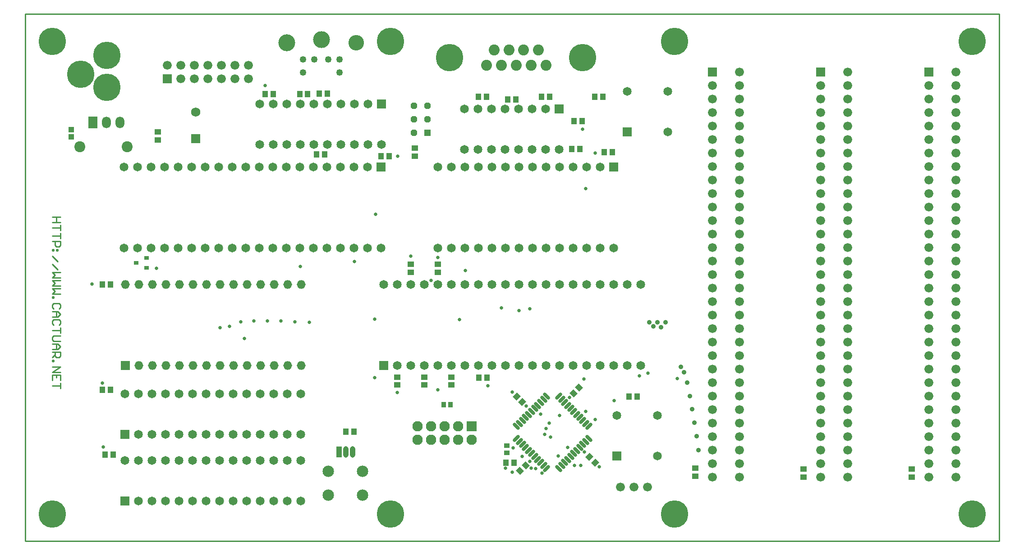
<source format=gts>
G04 Layer_Color=20142*
%FSLAX24Y24*%
%MOIN*%
G70*
G01*
G75*
%ADD23C,0.0100*%
%ADD62R,0.0375X0.0434*%
%ADD63R,0.0434X0.0375*%
%ADD64R,0.0414X0.0395*%
%ADD65R,0.0410X0.0454*%
G04:AMPARAMS|DCode=66|XSize=45.4mil|YSize=41mil|CornerRadius=0mil|HoleSize=0mil|Usage=FLASHONLY|Rotation=225.000|XOffset=0mil|YOffset=0mil|HoleType=Round|Shape=Rectangle|*
%AMROTATEDRECTD66*
4,1,4,0.0015,0.0305,0.0305,0.0015,-0.0015,-0.0305,-0.0305,-0.0015,0.0015,0.0305,0.0*
%
%ADD66ROTATEDRECTD66*%

%ADD67R,0.0493X0.0414*%
%ADD68R,0.0414X0.0493*%
%ADD69R,0.0336X0.0296*%
G04:AMPARAMS|DCode=70|XSize=45.4mil|YSize=41mil|CornerRadius=0mil|HoleSize=0mil|Usage=FLASHONLY|Rotation=135.000|XOffset=0mil|YOffset=0mil|HoleType=Round|Shape=Rectangle|*
%AMROTATEDRECTD70*
4,1,4,0.0305,-0.0015,0.0015,-0.0305,-0.0305,0.0015,-0.0015,0.0305,0.0305,-0.0015,0.0*
%
%ADD70ROTATEDRECTD70*%

%ADD71R,0.0454X0.0410*%
G04:AMPARAMS|DCode=72|XSize=27.7mil|YSize=63.1mil|CornerRadius=0mil|HoleSize=0mil|Usage=FLASHONLY|Rotation=315.000|XOffset=0mil|YOffset=0mil|HoleType=Round|Shape=Round|*
%AMOVALD72*
21,1,0.0354,0.0277,0.0000,0.0000,45.0*
1,1,0.0277,-0.0125,-0.0125*
1,1,0.0277,0.0125,0.0125*
%
%ADD72OVALD72*%

G04:AMPARAMS|DCode=73|XSize=27.7mil|YSize=63.1mil|CornerRadius=0mil|HoleSize=0mil|Usage=FLASHONLY|Rotation=225.000|XOffset=0mil|YOffset=0mil|HoleType=Round|Shape=Round|*
%AMOVALD73*
21,1,0.0354,0.0277,0.0000,0.0000,315.0*
1,1,0.0277,-0.0125,0.0125*
1,1,0.0277,0.0125,-0.0125*
%
%ADD73OVALD73*%

%ADD74C,0.0493*%
%ADD75C,0.1251*%
%ADD76C,0.1250*%
%ADD77C,0.1151*%
%ADD78O,0.0660X0.0860*%
%ADD79R,0.0660X0.0860*%
%ADD80R,0.0651X0.0651*%
%ADD81C,0.0651*%
%ADD82R,0.0660X0.0660*%
%ADD83C,0.0660*%
%ADD84C,0.2029*%
%ADD85O,0.0404X0.0847*%
%ADD86R,0.0404X0.0847*%
%ADD87R,0.0493X0.0493*%
%ADD88P,0.0534X8X292.5*%
%ADD89C,0.0769*%
%ADD90R,0.0769X0.0769*%
%ADD91C,0.0847*%
%ADD92C,0.0808*%
%ADD93R,0.0660X0.0660*%
%ADD94C,0.0810*%
%ADD95R,0.0651X0.0651*%
%ADD96O,0.0651X0.0651*%
%ADD97C,0.0690*%
%ADD98R,0.0690X0.0690*%
%ADD99C,0.0360*%
%ADD100C,0.0260*%
D23*
X40600Y90000D02*
X40000D01*
X40300D01*
Y89600D01*
X40600D01*
X40000D01*
X40600Y89400D02*
Y89000D01*
Y89200D01*
X40000D01*
X40600Y88800D02*
Y88401D01*
Y88600D01*
X40000D01*
Y88201D02*
X40600D01*
Y87901D01*
X40500Y87801D01*
X40300D01*
X40200Y87901D01*
Y88201D01*
X40400Y87601D02*
Y87501D01*
X40300D01*
Y87601D01*
X40400D01*
X40100D02*
Y87501D01*
X40000D01*
Y87601D01*
X40100D01*
X40000Y87101D02*
X40400Y86701D01*
X40000Y86501D02*
X40400Y86101D01*
X40600Y85901D02*
X40000D01*
X40200Y85701D01*
X40000Y85501D01*
X40600D01*
Y85302D02*
X40000D01*
X40200Y85102D01*
X40000Y84902D01*
X40600D01*
Y84702D02*
X40000D01*
X40200Y84502D01*
X40000Y84302D01*
X40600D01*
X40000Y84102D02*
X40100D01*
Y84002D01*
X40000D01*
Y84102D01*
X40500Y83202D02*
X40600Y83302D01*
Y83502D01*
X40500Y83602D01*
X40100D01*
X40000Y83502D01*
Y83302D01*
X40100Y83202D01*
X40000Y83002D02*
X40400D01*
X40600Y82802D01*
X40400Y82602D01*
X40000D01*
X40300D01*
Y83002D01*
X40500Y82003D02*
X40600Y82103D01*
Y82302D01*
X40500Y82402D01*
X40100D01*
X40000Y82302D01*
Y82103D01*
X40100Y82003D01*
X40600Y81803D02*
Y81403D01*
Y81603D01*
X40000D01*
X40600Y81203D02*
X40100D01*
X40000Y81103D01*
Y80903D01*
X40100Y80803D01*
X40600D01*
X40000Y80603D02*
X40400D01*
X40600Y80403D01*
X40400Y80203D01*
X40000D01*
X40300D01*
Y80603D01*
X40000Y80003D02*
X40600D01*
Y79703D01*
X40500Y79603D01*
X40300D01*
X40200Y79703D01*
Y80003D01*
Y79803D02*
X40000Y79603D01*
Y79403D02*
X40100D01*
Y79303D01*
X40000D01*
Y79403D01*
Y78904D02*
X40600D01*
X40000Y78504D01*
X40600D01*
Y77904D02*
Y78304D01*
X40000D01*
Y77904D01*
X40300Y78304D02*
Y78104D01*
X40600Y77704D02*
Y77304D01*
Y77504D01*
X40000D01*
X38000Y105050D02*
X110000D01*
X38000Y66000D02*
X110000D01*
X38000D02*
Y105050D01*
X110000Y66000D02*
Y105050D01*
D62*
X68954Y76100D02*
D03*
X69446D02*
D03*
D63*
X73600Y73066D02*
D03*
Y72534D02*
D03*
D64*
X41400Y96456D02*
D03*
Y95944D02*
D03*
D65*
X61700Y74100D02*
D03*
X62300D02*
D03*
X71550Y78100D02*
D03*
X72150D02*
D03*
X82650Y76700D02*
D03*
X83250D02*
D03*
X44300Y85000D02*
D03*
X43700D02*
D03*
X44300Y77200D02*
D03*
X43700D02*
D03*
X44500Y72400D02*
D03*
X43900D02*
D03*
X59750Y99150D02*
D03*
X60350D02*
D03*
X80800Y94800D02*
D03*
X81400D02*
D03*
X64900Y94500D02*
D03*
X64300D02*
D03*
X80100Y98900D02*
D03*
X80700D02*
D03*
X60150Y94650D02*
D03*
X59550D02*
D03*
X79000Y95050D02*
D03*
X78400D02*
D03*
X73670Y98710D02*
D03*
X74270D02*
D03*
X71500Y98900D02*
D03*
X72100D02*
D03*
X78567Y97095D02*
D03*
X79167D02*
D03*
X76167Y98895D02*
D03*
X76767D02*
D03*
D66*
X74762Y76288D02*
D03*
X74338Y76712D02*
D03*
X79718Y72232D02*
D03*
X80142Y71808D02*
D03*
D67*
X66500Y85905D02*
D03*
Y86495D02*
D03*
X69500Y78145D02*
D03*
Y77555D02*
D03*
X67500Y78145D02*
D03*
Y77555D02*
D03*
X65500Y78145D02*
D03*
Y77555D02*
D03*
X66800Y94505D02*
D03*
Y95095D02*
D03*
X68500Y85905D02*
D03*
Y86495D02*
D03*
D68*
X56345Y99100D02*
D03*
X55755D02*
D03*
X58305D02*
D03*
X58895D02*
D03*
X74145Y71800D02*
D03*
X73555D02*
D03*
D69*
X46206Y86600D02*
D03*
X46994Y86226D02*
D03*
Y86974D02*
D03*
D70*
X78538Y76938D02*
D03*
X78962Y77362D02*
D03*
X75012Y71612D02*
D03*
X74588Y71188D02*
D03*
D71*
X87550Y70800D02*
D03*
Y71400D02*
D03*
X95550Y70750D02*
D03*
Y71350D02*
D03*
X103550Y70750D02*
D03*
Y71350D02*
D03*
X47800Y96300D02*
D03*
Y95700D02*
D03*
D72*
X79673Y74495D02*
D03*
X79450Y74718D02*
D03*
X79227Y74941D02*
D03*
X79004Y75164D02*
D03*
X78782Y75386D02*
D03*
X78559Y75609D02*
D03*
X78336Y75832D02*
D03*
X78114Y76054D02*
D03*
X77891Y76277D02*
D03*
X77668Y76500D02*
D03*
X77445Y76723D02*
D03*
X74327Y73605D02*
D03*
X74550Y73382D02*
D03*
X74773Y73159D02*
D03*
X74996Y72936D02*
D03*
X75218Y72714D02*
D03*
X75441Y72491D02*
D03*
X75664Y72268D02*
D03*
X75886Y72046D02*
D03*
X76109Y71823D02*
D03*
X76332Y71600D02*
D03*
X76555Y71377D02*
D03*
D73*
Y76723D02*
D03*
X76332Y76500D02*
D03*
X76109Y76277D02*
D03*
X75886Y76054D02*
D03*
X75664Y75832D02*
D03*
X75441Y75609D02*
D03*
X75218Y75386D02*
D03*
X74996Y75164D02*
D03*
X74773Y74941D02*
D03*
X74550Y74718D02*
D03*
X74327Y74495D02*
D03*
X77445Y71377D02*
D03*
X77668Y71600D02*
D03*
X77891Y71823D02*
D03*
X78114Y72046D02*
D03*
X78336Y72268D02*
D03*
X78559Y72491D02*
D03*
X78782Y72714D02*
D03*
X79004Y72936D02*
D03*
X79227Y73159D02*
D03*
X79450Y73382D02*
D03*
X79673Y73605D02*
D03*
D74*
X58561Y100689D02*
D03*
Y101674D02*
D03*
X59378D02*
D03*
X60412D02*
D03*
X61239D02*
D03*
Y100689D02*
D03*
D75*
X57333Y102894D02*
D03*
D76*
X59900Y103150D02*
D03*
D77*
X62467Y102894D02*
D03*
D78*
X45000Y97000D02*
D03*
X44000D02*
D03*
D79*
X43000D02*
D03*
D80*
X64300Y93700D02*
D03*
X82500Y96300D02*
D03*
X81750Y72300D02*
D03*
X64341Y98361D02*
D03*
X45370Y73894D02*
D03*
Y68972D02*
D03*
X77467Y97995D02*
D03*
X64500Y79000D02*
D03*
X81500Y93700D02*
D03*
D81*
X63300D02*
D03*
X62300D02*
D03*
X61300D02*
D03*
X60300D02*
D03*
X59300D02*
D03*
X58300D02*
D03*
X57300D02*
D03*
X56300D02*
D03*
X55300D02*
D03*
X54300D02*
D03*
X53300D02*
D03*
X52300D02*
D03*
X51300D02*
D03*
X50300D02*
D03*
X49300D02*
D03*
X48300D02*
D03*
X47300D02*
D03*
X46300D02*
D03*
X45300D02*
D03*
X64300Y87700D02*
D03*
X63300D02*
D03*
X62300D02*
D03*
X61300D02*
D03*
X60300D02*
D03*
X59300D02*
D03*
X58300D02*
D03*
X57300D02*
D03*
X56300D02*
D03*
X55300D02*
D03*
X54300D02*
D03*
X53300D02*
D03*
X52300D02*
D03*
X51300D02*
D03*
X50300D02*
D03*
X49300D02*
D03*
X48300D02*
D03*
X47300D02*
D03*
X46300D02*
D03*
X45300D02*
D03*
X85500Y99300D02*
D03*
X82500D02*
D03*
X85500Y96300D02*
D03*
X84750Y72300D02*
D03*
X81750Y75300D02*
D03*
X84750D02*
D03*
X63341Y98361D02*
D03*
X62341D02*
D03*
X61341D02*
D03*
X60341D02*
D03*
X59341D02*
D03*
X58341D02*
D03*
X57341D02*
D03*
X56341D02*
D03*
X55341D02*
D03*
X64341Y95361D02*
D03*
X63341D02*
D03*
X62341D02*
D03*
X61341D02*
D03*
X60341D02*
D03*
X59341D02*
D03*
X58341D02*
D03*
X57341D02*
D03*
X56341D02*
D03*
X55341D02*
D03*
X46370Y73894D02*
D03*
X47370D02*
D03*
X48370D02*
D03*
X49370D02*
D03*
X50370D02*
D03*
X51370D02*
D03*
X52370D02*
D03*
X53370D02*
D03*
X54370D02*
D03*
X55370D02*
D03*
X56370D02*
D03*
X57370D02*
D03*
X58370D02*
D03*
X45370Y76894D02*
D03*
X46370D02*
D03*
X47370D02*
D03*
X48370D02*
D03*
X49370D02*
D03*
X50370D02*
D03*
X51370D02*
D03*
X52370D02*
D03*
X53370D02*
D03*
X54370D02*
D03*
X55370D02*
D03*
X56370D02*
D03*
X57370D02*
D03*
X58370D02*
D03*
X46370Y68972D02*
D03*
X47370D02*
D03*
X48370D02*
D03*
X49370D02*
D03*
X50370D02*
D03*
X51370D02*
D03*
X52370D02*
D03*
X53370D02*
D03*
X54370D02*
D03*
X55370D02*
D03*
X56370D02*
D03*
X57370D02*
D03*
X58370D02*
D03*
X45370Y71972D02*
D03*
X46370D02*
D03*
X47370D02*
D03*
X48370D02*
D03*
X49370D02*
D03*
X50370D02*
D03*
X51370D02*
D03*
X52370D02*
D03*
X53370D02*
D03*
X54370D02*
D03*
X55370D02*
D03*
X56370D02*
D03*
X57370D02*
D03*
X58370D02*
D03*
X76467Y97995D02*
D03*
X75467D02*
D03*
X74467D02*
D03*
X73467D02*
D03*
X72467D02*
D03*
X71467D02*
D03*
X70467D02*
D03*
X77467Y94995D02*
D03*
X76467D02*
D03*
X75467D02*
D03*
X74467D02*
D03*
X73467D02*
D03*
X72467D02*
D03*
X71467D02*
D03*
X70467D02*
D03*
X83500Y85000D02*
D03*
X82500D02*
D03*
X81500D02*
D03*
X80500D02*
D03*
X79500D02*
D03*
X78500D02*
D03*
X77500D02*
D03*
X76500D02*
D03*
X75500D02*
D03*
X74500D02*
D03*
X73500D02*
D03*
X72500D02*
D03*
X71500D02*
D03*
X70500D02*
D03*
X69500D02*
D03*
X68500D02*
D03*
X67500D02*
D03*
X66500D02*
D03*
X65500D02*
D03*
X64500D02*
D03*
X83500Y79000D02*
D03*
X82500D02*
D03*
X81500D02*
D03*
X80500D02*
D03*
X79500D02*
D03*
X78500D02*
D03*
X77500D02*
D03*
X76500D02*
D03*
X75500D02*
D03*
X74500D02*
D03*
X73500D02*
D03*
X72500D02*
D03*
X71500D02*
D03*
X70500D02*
D03*
X69500D02*
D03*
X68500D02*
D03*
X67500D02*
D03*
X66500D02*
D03*
X65500D02*
D03*
X80500Y93700D02*
D03*
X79500D02*
D03*
X78500D02*
D03*
X77500D02*
D03*
X76500D02*
D03*
X75500D02*
D03*
X74500D02*
D03*
X73500D02*
D03*
X72500D02*
D03*
X71500D02*
D03*
X70500D02*
D03*
X69500D02*
D03*
X68500D02*
D03*
X81500Y87700D02*
D03*
X80500D02*
D03*
X79500D02*
D03*
X78500D02*
D03*
X77500D02*
D03*
X76500D02*
D03*
X75500D02*
D03*
X74500D02*
D03*
X73500D02*
D03*
X72500D02*
D03*
X71500D02*
D03*
X70500D02*
D03*
X69500D02*
D03*
X68500D02*
D03*
D82*
X104800Y100750D02*
D03*
X96800D02*
D03*
X88800D02*
D03*
D83*
X106800D02*
D03*
X104800Y99750D02*
D03*
X106800D02*
D03*
X104800Y98750D02*
D03*
X106800D02*
D03*
X104800Y97750D02*
D03*
X106800D02*
D03*
X104800Y96750D02*
D03*
X106800D02*
D03*
X104800Y95750D02*
D03*
X106800D02*
D03*
X104800Y94750D02*
D03*
X106800D02*
D03*
X104800Y93750D02*
D03*
X106800D02*
D03*
X104800Y92750D02*
D03*
X106800D02*
D03*
X104800Y91750D02*
D03*
X106800D02*
D03*
X104800Y90750D02*
D03*
X106800D02*
D03*
X104800Y89750D02*
D03*
X106800D02*
D03*
X104800Y88750D02*
D03*
X106800D02*
D03*
X104800Y87750D02*
D03*
X106800D02*
D03*
X104800Y86750D02*
D03*
X106800D02*
D03*
X104800Y85750D02*
D03*
X106800D02*
D03*
X104800Y84750D02*
D03*
X106800D02*
D03*
X104800Y83750D02*
D03*
X106800D02*
D03*
X104800Y82750D02*
D03*
X106800D02*
D03*
X104800Y81750D02*
D03*
X106800D02*
D03*
X104800Y80750D02*
D03*
X106800D02*
D03*
X104800Y79750D02*
D03*
X106800D02*
D03*
X104800Y78750D02*
D03*
X106800D02*
D03*
X104800Y77750D02*
D03*
X106800D02*
D03*
X104800Y76750D02*
D03*
X106800D02*
D03*
X104800Y75750D02*
D03*
X106800D02*
D03*
X104800Y74750D02*
D03*
X106800D02*
D03*
X104800Y73750D02*
D03*
X106800D02*
D03*
X104800Y72750D02*
D03*
X106800D02*
D03*
X104800Y71750D02*
D03*
X106800D02*
D03*
X104800Y70750D02*
D03*
X106800D02*
D03*
X98800Y100750D02*
D03*
X96800Y99750D02*
D03*
X98800D02*
D03*
X96800Y98750D02*
D03*
X98800D02*
D03*
X96800Y97750D02*
D03*
X98800D02*
D03*
X96800Y96750D02*
D03*
X98800D02*
D03*
X96800Y95750D02*
D03*
X98800D02*
D03*
X96800Y94750D02*
D03*
X98800D02*
D03*
X96800Y93750D02*
D03*
X98800D02*
D03*
X96800Y92750D02*
D03*
X98800D02*
D03*
X96800Y91750D02*
D03*
X98800D02*
D03*
X96800Y90750D02*
D03*
X98800D02*
D03*
X96800Y89750D02*
D03*
X98800D02*
D03*
X96800Y88750D02*
D03*
X98800D02*
D03*
X96800Y87750D02*
D03*
X98800D02*
D03*
X96800Y86750D02*
D03*
X98800D02*
D03*
X96800Y85750D02*
D03*
X98800D02*
D03*
X96800Y84750D02*
D03*
X98800D02*
D03*
X96800Y83750D02*
D03*
X98800D02*
D03*
X96800Y82750D02*
D03*
X98800D02*
D03*
X96800Y81750D02*
D03*
X98800D02*
D03*
X96800Y80750D02*
D03*
X98800D02*
D03*
X96800Y79750D02*
D03*
X98800D02*
D03*
X96800Y78750D02*
D03*
X98800D02*
D03*
X96800Y77750D02*
D03*
X98800D02*
D03*
X96800Y76750D02*
D03*
X98800D02*
D03*
X96800Y75750D02*
D03*
X98800D02*
D03*
X96800Y74750D02*
D03*
X98800D02*
D03*
X96800Y73750D02*
D03*
X98800D02*
D03*
X96800Y72750D02*
D03*
X98800D02*
D03*
X96800Y71750D02*
D03*
X98800D02*
D03*
X96800Y70750D02*
D03*
X98800D02*
D03*
X88800Y99750D02*
D03*
Y98750D02*
D03*
Y97750D02*
D03*
Y96750D02*
D03*
Y95750D02*
D03*
Y94750D02*
D03*
Y93750D02*
D03*
Y92750D02*
D03*
Y91750D02*
D03*
Y90750D02*
D03*
Y89750D02*
D03*
Y88750D02*
D03*
Y87750D02*
D03*
Y86750D02*
D03*
Y72750D02*
D03*
Y73750D02*
D03*
Y74750D02*
D03*
Y75750D02*
D03*
Y76750D02*
D03*
Y77750D02*
D03*
Y78750D02*
D03*
Y79750D02*
D03*
Y80750D02*
D03*
Y81750D02*
D03*
Y82750D02*
D03*
Y83750D02*
D03*
Y84750D02*
D03*
Y85750D02*
D03*
X90800Y100750D02*
D03*
Y99750D02*
D03*
Y98750D02*
D03*
Y97750D02*
D03*
Y96750D02*
D03*
Y95750D02*
D03*
Y94750D02*
D03*
Y93750D02*
D03*
Y92750D02*
D03*
Y91750D02*
D03*
Y90750D02*
D03*
Y89750D02*
D03*
Y88750D02*
D03*
Y87750D02*
D03*
Y86750D02*
D03*
Y85750D02*
D03*
Y84750D02*
D03*
Y83750D02*
D03*
Y82750D02*
D03*
Y81750D02*
D03*
Y80750D02*
D03*
Y79750D02*
D03*
Y78750D02*
D03*
Y77750D02*
D03*
Y76750D02*
D03*
Y75750D02*
D03*
Y74750D02*
D03*
Y73750D02*
D03*
Y72750D02*
D03*
X88800Y71750D02*
D03*
X90800D02*
D03*
X88800Y70750D02*
D03*
X90800D02*
D03*
X82000Y70000D02*
D03*
X83000D02*
D03*
X84000D02*
D03*
X48500Y101250D02*
D03*
X49500Y100250D02*
D03*
Y101250D02*
D03*
X50500Y100250D02*
D03*
Y101250D02*
D03*
X51500Y100250D02*
D03*
Y101250D02*
D03*
X52500Y100250D02*
D03*
Y101250D02*
D03*
X53500Y100250D02*
D03*
Y101250D02*
D03*
X54500Y100250D02*
D03*
Y101250D02*
D03*
D84*
X108000Y103000D02*
D03*
X65000Y68000D02*
D03*
Y103000D02*
D03*
X86000Y68000D02*
D03*
Y103000D02*
D03*
X108000Y68000D02*
D03*
X40000Y68000D02*
D03*
Y103000D02*
D03*
X79230Y101809D02*
D03*
X69392D02*
D03*
X44039Y101956D02*
D03*
X42110Y100572D02*
D03*
X44033Y99594D02*
D03*
D85*
X62200Y72600D02*
D03*
X61700D02*
D03*
D86*
X61200D02*
D03*
D87*
X67750Y96250D02*
D03*
D88*
X66750D02*
D03*
X67750Y97250D02*
D03*
X66750D02*
D03*
X67750Y98250D02*
D03*
X66750D02*
D03*
D89*
X67000Y73500D02*
D03*
Y74500D02*
D03*
X68000Y73500D02*
D03*
Y74500D02*
D03*
X69000Y73500D02*
D03*
Y74500D02*
D03*
X70000Y73500D02*
D03*
Y74500D02*
D03*
X71000Y73500D02*
D03*
D90*
Y74500D02*
D03*
D91*
X60400Y69400D02*
D03*
X62959D02*
D03*
Y71172D02*
D03*
X60400D02*
D03*
D92*
X76500Y101250D02*
D03*
X75953Y102368D02*
D03*
X75406Y101250D02*
D03*
X74858Y102368D02*
D03*
X74311Y101250D02*
D03*
X73764Y102368D02*
D03*
X73217Y101250D02*
D03*
X72669Y102368D02*
D03*
X72122Y101250D02*
D03*
D93*
X48500Y100250D02*
D03*
D94*
X45550Y95200D02*
D03*
X42050D02*
D03*
D95*
X45406Y78997D02*
D03*
D96*
X46406D02*
D03*
X47406D02*
D03*
X48406D02*
D03*
X49406D02*
D03*
X50406D02*
D03*
X51406D02*
D03*
X52406D02*
D03*
X53406D02*
D03*
X54406D02*
D03*
X55406D02*
D03*
X56406D02*
D03*
X57406D02*
D03*
X58406D02*
D03*
X45406Y84997D02*
D03*
X46406D02*
D03*
X47406D02*
D03*
X48406D02*
D03*
X49406D02*
D03*
X50406D02*
D03*
X51406D02*
D03*
X52406D02*
D03*
X53406D02*
D03*
X54406D02*
D03*
X55406D02*
D03*
X56406D02*
D03*
X57406D02*
D03*
X58406D02*
D03*
D97*
X50600Y97784D02*
D03*
D98*
Y95816D02*
D03*
D99*
X85000Y81850D02*
D03*
X84450Y81900D02*
D03*
X85350Y82200D02*
D03*
X84160Y82220D02*
D03*
X84740D02*
D03*
X86470Y78890D02*
D03*
X86700Y78510D02*
D03*
X86950Y77750D02*
D03*
X87150Y76750D02*
D03*
X87320Y75770D02*
D03*
X87480Y74780D02*
D03*
X87640Y73760D02*
D03*
X87780Y72730D02*
D03*
D100*
X84050Y78450D02*
D03*
X74068Y72900D02*
D03*
X59000Y82200D02*
D03*
X55755Y99745D02*
D03*
X68500Y87000D02*
D03*
X77500Y75300D02*
D03*
X80150Y75000D02*
D03*
X78100Y72950D02*
D03*
X63850Y78100D02*
D03*
Y82450D02*
D03*
X47700Y86200D02*
D03*
X68000Y85300D02*
D03*
X70100Y82400D02*
D03*
X63900Y90200D02*
D03*
X79450Y92100D02*
D03*
X65550Y94500D02*
D03*
X80150Y94750D02*
D03*
X42950Y85050D02*
D03*
X43765Y72965D02*
D03*
X79300Y78000D02*
D03*
X79441Y75600D02*
D03*
X80450Y71500D02*
D03*
X76100Y75395D02*
D03*
X74000Y77050D02*
D03*
X72200Y77500D02*
D03*
X53950Y82250D02*
D03*
X54900Y82300D02*
D03*
X55900D02*
D03*
X56900D02*
D03*
X57950Y82250D02*
D03*
X76850Y73700D02*
D03*
X76400Y73900D02*
D03*
X76750Y74750D02*
D03*
X54200Y81000D02*
D03*
X53100Y81900D02*
D03*
X52400Y81800D02*
D03*
X62350Y86700D02*
D03*
X76500Y74350D02*
D03*
X74000Y71100D02*
D03*
X58350Y86350D02*
D03*
X81550Y76400D02*
D03*
X73500Y71400D02*
D03*
X66500Y87100D02*
D03*
X65500Y77000D02*
D03*
X68500Y77200D02*
D03*
X75050Y76000D02*
D03*
X77400Y72300D02*
D03*
X79350Y72600D02*
D03*
X79202Y96500D02*
D03*
X78250Y76636D02*
D03*
X75300Y71900D02*
D03*
X83400Y78250D02*
D03*
X86200Y78050D02*
D03*
X70550Y86050D02*
D03*
X73228Y83268D02*
D03*
X74508Y83071D02*
D03*
X75300Y83200D02*
D03*
X75430Y71400D02*
D03*
X75760Y71380D02*
D03*
X76217Y71040D02*
D03*
X74760Y72255D02*
D03*
X79080Y71601D02*
D03*
X78630Y71620D02*
D03*
X43700Y77700D02*
D03*
M02*

</source>
